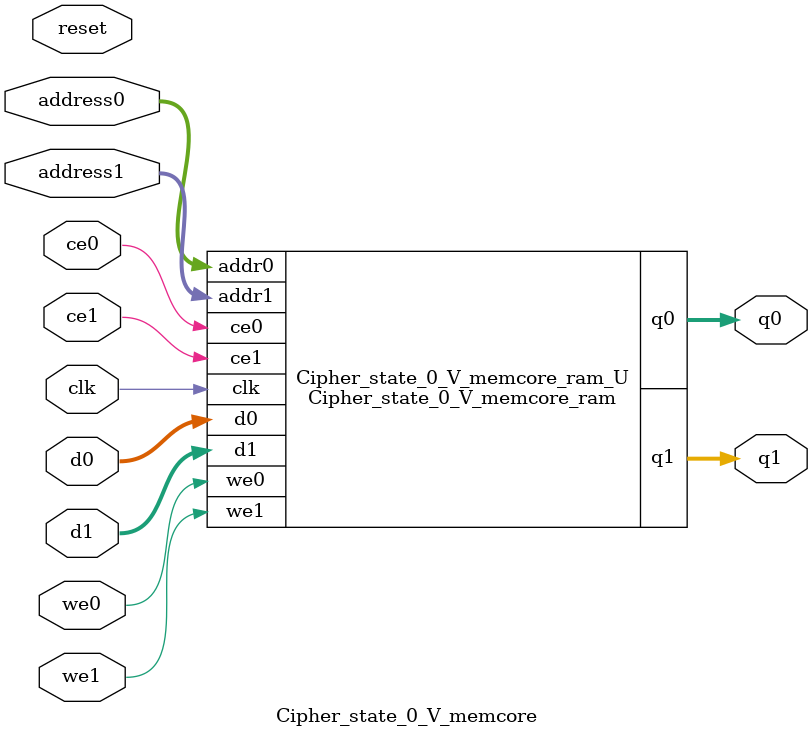
<source format=v>
`timescale 1 ns / 1 ps
module Cipher_state_0_V_memcore_ram (addr0, ce0, d0, we0, q0, addr1, ce1, d1, we1, q1,  clk);

parameter DWIDTH = 8;
parameter AWIDTH = 5;
parameter MEM_SIZE = 32;

input[AWIDTH-1:0] addr0;
input ce0;
input[DWIDTH-1:0] d0;
input we0;
output reg[DWIDTH-1:0] q0;
input[AWIDTH-1:0] addr1;
input ce1;
input[DWIDTH-1:0] d1;
input we1;
output reg[DWIDTH-1:0] q1;
input clk;

(* ram_style = "distributed" *)reg [DWIDTH-1:0] ram[0:MEM_SIZE-1];




always @(posedge clk)  
begin 
    if (ce0) 
    begin
        if (we0) 
        begin 
            ram[addr0] <= d0; 
        end 
        q0 <= ram[addr0];
    end
end


always @(posedge clk)  
begin 
    if (ce1) 
    begin
        if (we1) 
        begin 
            ram[addr1] <= d1; 
        end 
        q1 <= ram[addr1];
    end
end


endmodule

`timescale 1 ns / 1 ps
module Cipher_state_0_V_memcore(
    reset,
    clk,
    address0,
    ce0,
    we0,
    d0,
    q0,
    address1,
    ce1,
    we1,
    d1,
    q1);

parameter DataWidth = 32'd8;
parameter AddressRange = 32'd32;
parameter AddressWidth = 32'd5;
input reset;
input clk;
input[AddressWidth - 1:0] address0;
input ce0;
input we0;
input[DataWidth - 1:0] d0;
output[DataWidth - 1:0] q0;
input[AddressWidth - 1:0] address1;
input ce1;
input we1;
input[DataWidth - 1:0] d1;
output[DataWidth - 1:0] q1;



Cipher_state_0_V_memcore_ram Cipher_state_0_V_memcore_ram_U(
    .clk( clk ),
    .addr0( address0 ),
    .ce0( ce0 ),
    .we0( we0 ),
    .d0( d0 ),
    .q0( q0 ),
    .addr1( address1 ),
    .ce1( ce1 ),
    .we1( we1 ),
    .d1( d1 ),
    .q1( q1 ));

endmodule


</source>
